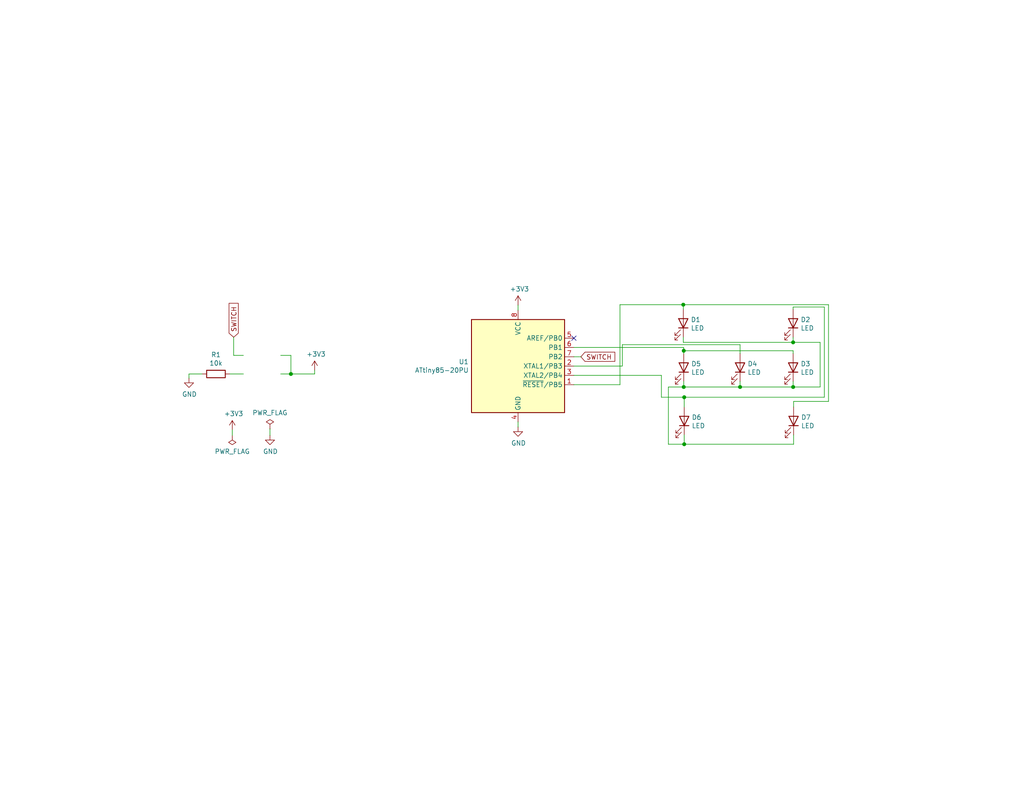
<source format=kicad_sch>
(kicad_sch (version 20211123) (generator eeschema)
  (paper "USLetter")
  (title_block (title "Dice") (rev "1.0") (company "Cristóbal Cuevas Lagos"))
  (lib_symbols
    (symbol "Device:LED" (pin_numbers hide) (pin_names (offset 1.016) hide)
      (property "Reference" "D" (at 0 2.54 0))
      (property "Value" "LED" (at 0 -2.54 0))
      (symbol "LED_0_1"
        (polyline (pts (xy -1.27 -1.27) (xy -1.27 1.27)) (stroke (width 0.254)))
        (polyline (pts (xy -1.27 0) (xy 1.27 0)))
        (polyline (pts (xy 1.27 -1.27) (xy 1.27 1.27) (xy -1.27 0) (xy 1.27 -1.27)) (stroke (width 0.254)))
        (polyline (pts (xy -3.048 -0.762) (xy -4.572 -2.286) (xy -3.81 -2.286) (xy -4.572 -2.286) (xy -4.572 -1.524)))
        (polyline (pts (xy -1.778 -0.762) (xy -3.302 -2.286) (xy -2.54 -2.286) (xy -3.302 -2.286) (xy -3.302 -1.524)))
      )
      (symbol "LED_1_1"
        (pin passive line (at -3.81 0 0) (length 2.54) (name "K") (number "1"))
        (pin passive line (at 3.81 0 180) (length 2.54) (name "A") (number "2"))
      )
    )
    (symbol "Device:R" (pin_numbers hide) (pin_names (offset 0))
      (property "Reference" "R" (at 2.032 0 90))
      (property "Value" "R" (at 0 0 90))
      (symbol "R_0_1"
        (rectangle (start -1.016 -2.54) (end 1.016 2.54) (stroke (width 0.254)))
      )
      (symbol "R_1_1"
        (pin passive line (at 0 3.81 270) (length 1.27) (name "~") (number "1"))
        (pin passive line (at 0 -3.81 90) (length 1.27) (name "~") (number "2"))
      )
    )
    (symbol "MCU_Microchip_ATtiny:ATtiny85-20PU"
      (property "Reference" "U" (at -12.7 13.97 0))
      (property "Value" "MCU_Microchip_ATtiny_ATtiny85-20PU" (at 2.54 -13.97 0))
      (symbol "ATtiny85-20PU_0_1"
        (rectangle (start -12.7 -12.7) (end 12.7 12.7) (stroke (width 0.254)) (fill (type background)))
      )
      (symbol "ATtiny85-20PU_1_1"
        (pin bidirectional line (at 15.24 -5.08 180) (length 2.54) (name "~{RESET}/PB5") (number "1"))
        (pin bidirectional line (at 15.24 0 180) (length 2.54) (name "XTAL1/PB3") (number "2"))
        (pin bidirectional line (at 15.24 -2.54 180) (length 2.54) (name "XTAL2/PB4") (number "3"))
        (pin power_in line (at 0 -15.24 90) (length 2.54) (name "GND") (number "4"))
        (pin bidirectional line (at 15.24 7.62 180) (length 2.54) (name "AREF/PB0") (number "5"))
        (pin bidirectional line (at 15.24 5.08 180) (length 2.54) (name "PB1") (number "6"))
        (pin bidirectional line (at 15.24 2.54 180) (length 2.54) (name "PB2") (number "7"))
        (pin power_in line (at 0 15.24 270) (length 2.54) (name "VCC") (number "8"))
      )
    )
    (symbol "power:+3V3" (power) (pin_names (offset 0))
      (property "Value" "+3V3" (at 0 3.556 0))
      (symbol "+3V3_0_1"
        (polyline (pts (xy -0.762 1.27) (xy 0 2.54)))
        (polyline (pts (xy 0 0) (xy 0 2.54)))
        (polyline (pts (xy 0 2.54) (xy 0.762 1.27)))
      )
      (symbol "+3V3_1_1"
        (pin power_in line (at 0 0 90) (length 0) hide (name "+3V3") (number "1"))
      )
    )
    (symbol "power:GND" (power) (pin_names (offset 0))
      (property "Value" "GND" (at 0 -3.81 0))
      (symbol "GND_0_1"
        (polyline (pts (xy 0 0) (xy 0 -1.27) (xy 1.27 -1.27) (xy 0 -2.54) (xy -1.27 -1.27) (xy 0 -1.27)))
      )
      (symbol "GND_1_1"
        (pin power_in line (at 0 0 270) (length 0) hide (name "GND") (number "1"))
      )
    )
    (symbol "power:PWR_FLAG" (power) (pin_numbers hide) (pin_names (offset 0) hide)
      (property "Value" "PWR_FLAG" (at 0 3.81 0))
      (symbol "PWR_FLAG_0_0"
        (pin power_out line (at 0 0 90) (length 0) (name "pwr") (number "1"))
      )
      (symbol "PWR_FLAG_0_1"
        (polyline (pts (xy 0 0) (xy 0 1.27) (xy -1.016 1.905) (xy 0 2.54) (xy 1.016 1.905) (xy 0 1.27)))
      )
    )
  )
  (junction (at 79.375 102.108))
  (junction (at 216.408 105.664))
  (junction (at 186.436 83.185))
  (junction (at 186.563 105.664))
  (junction (at 186.69 108.458))
  (junction (at 186.563 95.758))
  (junction (at 201.93 105.664))
  (junction (at 216.408 93.472))
  (junction (at 186.69 121.285))
  (no_connect (at 156.591 92.329))
  (wire (pts (xy 62.738 102.108) (xy 66.421 102.108)))
  (wire (pts (xy 186.69 108.458) (xy 186.69 111.125)))
  (wire (pts (xy 76.581 97.028) (xy 79.375 97.028)))
  (wire (pts (xy 216.408 93.472) (xy 223.774 93.472)))
  (wire (pts (xy 216.535 109.601) (xy 216.535 111.125)))
  (wire (pts (xy 51.562 102.108) (xy 55.118 102.108)))
  (wire (pts (xy 156.591 102.489) (xy 180.467 102.489)))
  (wire (pts (xy 76.581 102.108) (xy 79.375 102.108)))
  (wire (pts (xy 201.93 105.664) (xy 186.563 105.664)))
  (wire (pts (xy 216.408 96.52) (xy 216.408 95.758)))
  (wire (pts (xy 141.351 115.189) (xy 141.351 116.586)))
  (wire (pts (xy 201.93 104.14) (xy 201.93 105.664)))
  (wire (pts (xy 79.375 102.108) (xy 85.852 102.108)))
  (wire (pts (xy 186.69 121.285) (xy 216.535 121.285)))
  (wire (pts (xy 182.372 121.285) (xy 186.69 121.285)))
  (wire (pts (xy 186.69 118.745) (xy 186.69 121.285)))
  (wire (pts (xy 216.408 95.758) (xy 186.563 95.758)))
  (wire (pts (xy 156.591 94.869) (xy 186.563 94.869)))
  (wire (pts (xy 223.774 93.472) (xy 223.774 105.664)))
  (wire (pts (xy 63.754 97.028) (xy 63.754 92.075)))
  (wire (pts (xy 169.799 99.949) (xy 156.591 99.949)))
  (wire (pts (xy 186.436 83.185) (xy 226.06 83.185)))
  (wire (pts (xy 186.436 83.185) (xy 169.164 83.185)))
  (wire (pts (xy 201.93 94.107) (xy 201.93 96.52)))
  (wire (pts (xy 224.917 108.458) (xy 186.69 108.458)))
  (wire (pts (xy 226.06 109.601) (xy 216.535 109.601)))
  (wire (pts (xy 216.408 93.472) (xy 216.408 92.075)))
  (wire (pts (xy 186.436 93.472) (xy 216.408 93.472)))
  (wire (pts (xy 186.563 105.664) (xy 182.372 105.664)))
  (wire (pts (xy 216.535 121.285) (xy 216.535 118.745)))
  (wire (pts (xy 224.917 83.82) (xy 224.917 108.458)))
  (wire (pts (xy 216.408 105.664) (xy 201.93 105.664)))
  (wire (pts (xy 73.66 117.094) (xy 73.66 118.872)))
  (wire (pts (xy 63.373 117.348) (xy 63.373 118.872)))
  (wire (pts (xy 66.421 97.028) (xy 63.754 97.028)))
  (wire (pts (xy 186.563 94.869) (xy 186.563 95.758)))
  (wire (pts (xy 156.591 97.409) (xy 158.496 97.409)))
  (wire (pts (xy 186.563 95.758) (xy 186.563 96.52)))
  (wire (pts (xy 226.06 83.185) (xy 226.06 109.601)))
  (wire (pts (xy 51.562 103.251) (xy 51.562 102.108)))
  (wire (pts (xy 156.591 105.029) (xy 169.164 105.029)))
  (wire (pts (xy 182.372 105.664) (xy 182.372 121.285)))
  (wire (pts (xy 201.93 94.107) (xy 169.799 94.107)))
  (wire (pts (xy 180.467 108.458) (xy 186.69 108.458)))
  (wire (pts (xy 141.351 83.312) (xy 141.351 84.709)))
  (wire (pts (xy 180.467 102.489) (xy 180.467 108.458)))
  (wire (pts (xy 216.408 104.14) (xy 216.408 105.664)))
  (wire (pts (xy 186.436 92.075) (xy 186.436 93.472)))
  (wire (pts (xy 169.164 83.185) (xy 169.164 105.029)))
  (wire (pts (xy 85.852 102.108) (xy 85.852 101.092)))
  (wire (pts (xy 186.563 104.14) (xy 186.563 105.664)))
  (wire (pts (xy 169.799 94.107) (xy 169.799 99.949)))
  (wire (pts (xy 186.436 84.455) (xy 186.436 83.185)))
  (wire (pts (xy 223.774 105.664) (xy 216.408 105.664)))
  (wire (pts (xy 216.408 84.455) (xy 216.408 83.82)))
  (wire (pts (xy 216.408 83.82) (xy 224.917 83.82)))
  (wire (pts (xy 79.375 97.028) (xy 79.375 102.108)))
  (global_label "SWITCH" (shape input) (at 158.496 97.409 0) (property "Intersheet References" "${INTERSHEET_REFS}" (effects hide)))
  (global_label "SWITCH" (shape input) (at 63.754 92.075 90) (property "Intersheet References" "${INTERSHEET_REFS}" (effects hide)))
  (symbol (lib_id "MCU_Microchip_ATtiny:ATtiny85-20PU") (at 141.351 99.949 0) (unit 1)
    (property "Reference" "U1" (at 127.9144 98.7806 0) (effects (justify right)))
    (property "Value" "ATtiny85-20PU" (at 127.9144 101.092 0) (effects (justify right)))
    (property "Footprint" "Package_DIP:DIP-8_W7.62mm" (effects hide))
    (property "Datasheet" "http://ww1.microchip.com/downloads/en/DeviceDoc/atmel-2586-avr-8-bit-microcontroller-attiny25-attiny45-attiny85_datasheet.pdf" (effects hide))
  )
  (symbol (lib_id "power:GND") (at 141.351 116.586 0) (unit 1)
    (property "Reference" "#PWR04" (effects hide))
    (property "Value" "GND" (at 141.478 120.9802 0))
  )
  (symbol (lib_id "power:+3V3") (at 141.351 83.312 0) (unit 1)
    (property "Reference" "#PWR03" (effects hide))
    (property "Value" "+3V3" (at 141.732 78.9178 0))
  )
  (symbol (lib_id "Device:R") (at 58.928 102.108 270) (unit 1)
    (property "Reference" "R1" (at 58.928 96.8502 90))
    (property "Value" "10k" (at 58.928 99.1616 90))
    (property "Footprint" "Resistor_THT:R_Axial_DIN0204_L3.6mm_D1.6mm_P5.08mm_Horizontal" (effects hide))
  )
  (symbol (lib_id "power:GND") (at 51.562 103.251 0) (unit 1)
    (property "Reference" "#PWR01" (effects hide))
    (property "Value" "GND" (at 51.689 107.6452 0))
  )
  (symbol (lib_id "power:+3V3") (at 85.852 101.092 0) (unit 1)
    (property "Reference" "#PWR02" (effects hide))
    (property "Value" "+3V3" (at 86.233 96.6978 0))
  )
  (symbol (lib_id "Device:LED") (at 186.436 88.265 270) (mirror x) (unit 1)
    (property "Reference" "D1" (at 188.468 87.2744 90) (effects (justify left)))
    (property "Value" "LED" (at 188.468 89.5858 90) (effects (justify left)))
    (property "Footprint" "LED_THT:LED_D3.0mm" (effects hide))
  )
  (symbol (lib_id "Device:LED") (at 216.408 88.265 270) (mirror x) (unit 1)
    (property "Reference" "D2" (at 218.44 87.2744 90) (effects (justify left)))
    (property "Value" "LED" (at 218.44 89.5858 90) (effects (justify left)))
    (property "Footprint" "LED_THT:LED_D3.0mm" (effects hide))
  )
  (symbol (lib_id "Device:LED") (at 186.563 100.33 270) (mirror x) (unit 1)
    (property "Reference" "D5" (at 188.595 99.3394 90) (effects (justify left)))
    (property "Value" "LED" (at 188.595 101.6508 90) (effects (justify left)))
    (property "Footprint" "LED_THT:LED_D3.0mm" (effects hide))
  )
  (symbol (lib_id "Device:LED") (at 201.93 100.33 270) (mirror x) (unit 1)
    (property "Reference" "D4" (at 203.962 99.3394 90) (effects (justify left)))
    (property "Value" "LED" (at 203.962 101.6508 90) (effects (justify left)))
    (property "Footprint" "LED_THT:LED_D3.0mm" (effects hide))
  )
  (symbol (lib_id "Device:LED") (at 216.408 100.33 270) (mirror x) (unit 1)
    (property "Reference" "D3" (at 218.44 99.3394 90) (effects (justify left)))
    (property "Value" "LED" (at 218.44 101.6508 90) (effects (justify left)))
    (property "Footprint" "LED_THT:LED_D3.0mm" (effects hide))
  )
  (symbol (lib_id "Device:LED") (at 186.69 114.935 270) (mirror x) (unit 1)
    (property "Reference" "D6" (at 188.722 113.9444 90) (effects (justify left)))
    (property "Value" "LED" (at 188.722 116.2558 90) (effects (justify left)))
    (property "Footprint" "LED_THT:LED_D3.0mm" (effects hide))
  )
  (symbol (lib_id "Device:LED") (at 216.535 114.935 270) (mirror x) (unit 1)
    (property "Reference" "D7" (at 218.567 113.9444 90) (effects (justify left)))
    (property "Value" "LED" (at 218.567 116.2558 90) (effects (justify left)))
    (property "Footprint" "LED_THT:LED_D3.0mm" (effects hide))
  )
  (symbol (lib_id "power:PWR_FLAG") (at 73.66 117.094 0) (unit 1)
    (property "Reference" "#FLG02" (effects hide))
    (property "Value" "PWR_FLAG" (at 73.66 112.6998 0))
  )
  (symbol (lib_id "power:PWR_FLAG") (at 63.373 118.872 180) (unit 1)
    (property "Reference" "#FLG01" (effects hide))
    (property "Value" "PWR_FLAG" (at 63.373 123.2662 0))
  )
  (symbol (lib_id "power:GND") (at 73.66 118.872 0) (unit 1)
    (property "Reference" "#PWR06" (effects hide))
    (property "Value" "GND" (at 73.787 123.2662 0))
  )
  (symbol (lib_id "power:+3V3") (at 63.373 117.348 0) (unit 1)
    (property "Reference" "#PWR05" (effects hide))
    (property "Value" "+3V3" (at 63.754 112.9538 0))
  )
)
</source>
